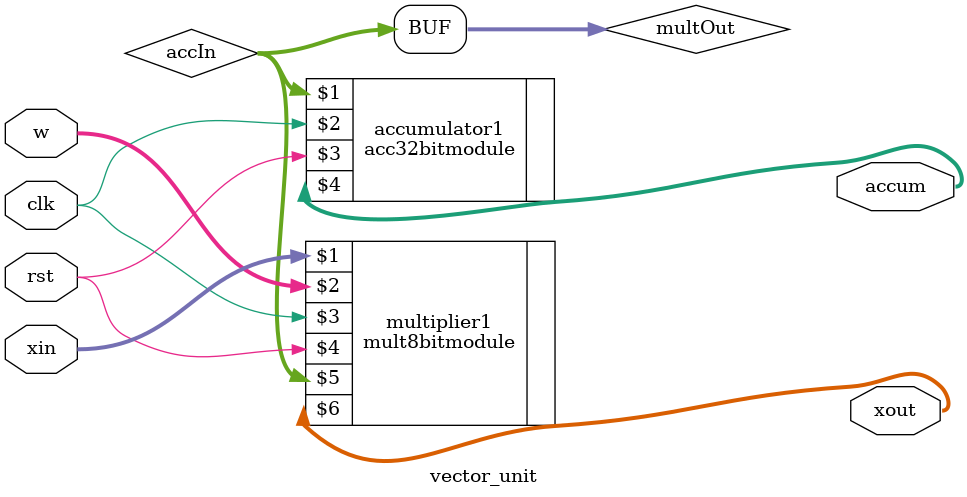
<source format=sv>
module vector_unit(input logic signed [7:0] xin, w,
                    input logic clk, rst,
                    output logic signed [31:0] accum,
                    output logic signed [7:0] xout);

  logic [15:0] multOut, accIn;
	
  mult8bitmodule multiplier1(xin, w, clk, rst, multOut, xout);
  acc32bitmodule accumulator1(accIn, clk, rst, accum);
	
  assign accIn = multOut;

endmodule

/*
Este módulo utiliza una instancia del multiplicador y 
del acumulador para generar un vector unit (operación
multiply-and-accumulate [MAC]).
*/
</source>
